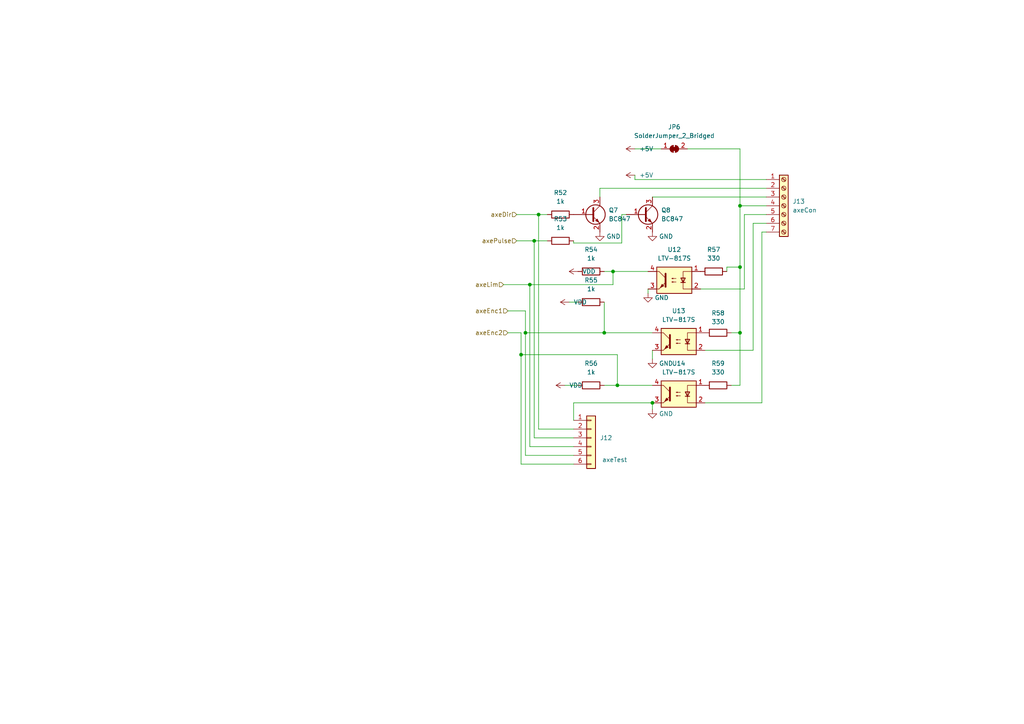
<source format=kicad_sch>
(kicad_sch (version 20211123) (generator eeschema)
  (paper "A4")
  (lib_symbols
    (symbol "Connector:Screw_Terminal_01x07" (pin_names (offset 1.016) hide)
      (property "Reference" "J" (at 0 10.16 0))
      (property "Value" "Screw_Terminal_01x07" (at 0 -10.16 0))
      (symbol "Screw_Terminal_01x07_1_1"
        (rectangle (start -1.27 8.89) (end 1.27 -8.89) (stroke (width 0.254)) (fill (type background)))
        (circle (center 0 -7.62) (radius 0.635) (stroke (width 0.1524)))
        (circle (center 0 -5.08) (radius 0.635) (stroke (width 0.1524)))
        (circle (center 0 -2.54) (radius 0.635) (stroke (width 0.1524)))
        (polyline (pts (xy -0.5334 -7.2898) (xy 0.3302 -8.128)) (stroke (width 0.1524)))
        (polyline (pts (xy -0.5334 -4.7498) (xy 0.3302 -5.588)) (stroke (width 0.1524)))
        (polyline (pts (xy -0.5334 -2.2098) (xy 0.3302 -3.048)) (stroke (width 0.1524)))
        (polyline (pts (xy -0.5334 0.3302) (xy 0.3302 -0.508)) (stroke (width 0.1524)))
        (polyline (pts (xy -0.5334 2.8702) (xy 0.3302 2.032)) (stroke (width 0.1524)))
        (polyline (pts (xy -0.5334 5.4102) (xy 0.3302 4.572)) (stroke (width 0.1524)))
        (polyline (pts (xy -0.5334 7.9502) (xy 0.3302 7.112)) (stroke (width 0.1524)))
        (polyline (pts (xy -0.3556 -7.112) (xy 0.508 -7.9502)) (stroke (width 0.1524)))
        (polyline (pts (xy -0.3556 -4.572) (xy 0.508 -5.4102)) (stroke (width 0.1524)))
        (polyline (pts (xy -0.3556 -2.032) (xy 0.508 -2.8702)) (stroke (width 0.1524)))
        (polyline (pts (xy -0.3556 0.508) (xy 0.508 -0.3302)) (stroke (width 0.1524)))
        (polyline (pts (xy -0.3556 3.048) (xy 0.508 2.2098)) (stroke (width 0.1524)))
        (polyline (pts (xy -0.3556 5.588) (xy 0.508 4.7498)) (stroke (width 0.1524)))
        (polyline (pts (xy -0.3556 8.128) (xy 0.508 7.2898)) (stroke (width 0.1524)))
        (circle (center 0 0) (radius 0.635) (stroke (width 0.1524)))
        (circle (center 0 2.54) (radius 0.635) (stroke (width 0.1524)))
        (circle (center 0 5.08) (radius 0.635) (stroke (width 0.1524)))
        (circle (center 0 7.62) (radius 0.635) (stroke (width 0.1524)))
        (pin passive line (at -5.08 7.62 0) (length 3.81) (name "Pin_1") (number "1"))
        (pin passive line (at -5.08 5.08 0) (length 3.81) (name "Pin_2") (number "2"))
        (pin passive line (at -5.08 2.54 0) (length 3.81) (name "Pin_3") (number "3"))
        (pin passive line (at -5.08 0 0) (length 3.81) (name "Pin_4") (number "4"))
        (pin passive line (at -5.08 -2.54 0) (length 3.81) (name "Pin_5") (number "5"))
        (pin passive line (at -5.08 -5.08 0) (length 3.81) (name "Pin_6") (number "6"))
        (pin passive line (at -5.08 -7.62 0) (length 3.81) (name "Pin_7") (number "7"))
      )
    )
    (symbol "Connector_Generic:Conn_01x06" (pin_names (offset 1.016) hide)
      (property "Reference" "J" (at 0 7.62 0))
      (property "Value" "Conn_01x06" (at 0 -10.16 0))
      (symbol "Conn_01x06_1_1"
        (rectangle (start -1.27 -7.493) (end 0 -7.747) (stroke (width 0.1524)))
        (rectangle (start -1.27 -4.953) (end 0 -5.207) (stroke (width 0.1524)))
        (rectangle (start -1.27 -2.413) (end 0 -2.667) (stroke (width 0.1524)))
        (rectangle (start -1.27 0.127) (end 0 -0.127) (stroke (width 0.1524)))
        (rectangle (start -1.27 2.667) (end 0 2.413) (stroke (width 0.1524)))
        (rectangle (start -1.27 5.207) (end 0 4.953) (stroke (width 0.1524)))
        (rectangle (start -1.27 6.35) (end 1.27 -8.89) (stroke (width 0.254)) (fill (type background)))
        (pin passive line (at -5.08 5.08 0) (length 3.81) (name "Pin_1") (number "1"))
        (pin passive line (at -5.08 2.54 0) (length 3.81) (name "Pin_2") (number "2"))
        (pin passive line (at -5.08 0 0) (length 3.81) (name "Pin_3") (number "3"))
        (pin passive line (at -5.08 -2.54 0) (length 3.81) (name "Pin_4") (number "4"))
        (pin passive line (at -5.08 -5.08 0) (length 3.81) (name "Pin_5") (number "5"))
        (pin passive line (at -5.08 -7.62 0) (length 3.81) (name "Pin_6") (number "6"))
      )
    )
    (symbol "Device:R" (pin_numbers hide) (pin_names (offset 0))
      (property "Reference" "R" (at 2.032 0 90))
      (property "Value" "R" (at 0 0 90))
      (symbol "R_0_1"
        (rectangle (start -1.016 -2.54) (end 1.016 2.54) (stroke (width 0.254)))
      )
      (symbol "R_1_1"
        (pin passive line (at 0 3.81 270) (length 1.27) (name "~") (number "1"))
        (pin passive line (at 0 -3.81 90) (length 1.27) (name "~") (number "2"))
      )
    )
    (symbol "Isolator:LTV-817S" (pin_names (offset 1.016))
      (property "Reference" "U" (at -3.81 5.08 0))
      (property "Value" "LTV-817S" (at 0 -5.08 0))
      (symbol "LTV-817S_1_1"
        (rectangle (start -5.08 3.81) (end 5.08 -3.81) (stroke (width 0.254)) (fill (type background)))
        (polyline (pts (xy -3.175 -0.635) (xy -1.905 -0.635)) (stroke (width 0.254)))
        (polyline (pts (xy 2.54 0.635) (xy 4.445 2.54)))
        (polyline (pts (xy 4.445 -2.54) (xy 2.54 -0.635)) (fill (type outline)))
        (polyline (pts (xy 4.445 -2.54) (xy 5.08 -2.54)))
        (polyline (pts (xy 4.445 2.54) (xy 5.08 2.54)))
        (polyline (pts (xy -5.08 2.54) (xy -2.54 2.54) (xy -2.54 -0.762)))
        (polyline (pts (xy -2.54 -0.635) (xy -2.54 -2.54) (xy -5.08 -2.54)))
        (polyline (pts (xy 2.54 1.905) (xy 2.54 -1.905) (xy 2.54 -1.905)) (stroke (width 0.508)))
        (polyline (pts (xy -2.54 -0.635) (xy -3.175 0.635) (xy -1.905 0.635) (xy -2.54 -0.635)) (stroke (width 0.254)))
        (polyline (pts (xy -0.508 -0.508) (xy 0.762 -0.508) (xy 0.381 -0.635) (xy 0.381 -0.381) (xy 0.762 -0.508)))
        (polyline (pts (xy -0.508 0.508) (xy 0.762 0.508) (xy 0.381 0.381) (xy 0.381 0.635) (xy 0.762 0.508)))
        (polyline (pts (xy 3.048 -1.651) (xy 3.556 -1.143) (xy 4.064 -2.159) (xy 3.048 -1.651) (xy 3.048 -1.651)) (fill (type outline)))
        (pin passive line (at -7.62 2.54 0) (length 2.54) (name "~") (number "1"))
        (pin passive line (at -7.62 -2.54 0) (length 2.54) (name "~") (number "2"))
        (pin passive line (at 7.62 -2.54 180) (length 2.54) (name "~") (number "3"))
        (pin passive line (at 7.62 2.54 180) (length 2.54) (name "~") (number "4"))
      )
    )
    (symbol "Jumper:SolderJumper_2_Bridged" (pin_names (offset 0) hide)
      (property "Reference" "JP" (at 0 2.032 0))
      (property "Value" "SolderJumper_2_Bridged" (at 0 -2.54 0))
      (symbol "SolderJumper_2_Bridged_0_1"
        (rectangle (start -0.508 0.508) (end 0.508 -0.508) (fill (type outline)))
        (arc (start -0.254 1.016) (mid -1.27 0) (end -0.254 -1.016))
        (arc (start -0.254 1.016) (mid -1.27 0) (end -0.254 -1.016) (fill (type outline)))
        (polyline (pts (xy -0.254 1.016) (xy -0.254 -1.016)))
        (polyline (pts (xy 0.254 1.016) (xy 0.254 -1.016)))
        (arc (start 0.254 -1.016) (mid 1.27 0) (end 0.254 1.016))
        (arc (start 0.254 -1.016) (mid 1.27 0) (end 0.254 1.016) (fill (type outline)))
      )
      (symbol "SolderJumper_2_Bridged_1_1"
        (pin passive line (at -3.81 0 0) (length 2.54) (name "A") (number "1"))
        (pin passive line (at 3.81 0 180) (length 2.54) (name "B") (number "2"))
      )
    )
    (symbol "Transistor_BJT:BC847" (pin_names (offset 0) hide)
      (property "Reference" "Q" (at 5.08 1.905 0))
      (property "Value" "BC847" (at 5.08 0 0))
      (symbol "BC847_0_1"
        (polyline (pts (xy 0.635 0.635) (xy 2.54 2.54)))
        (polyline (pts (xy 0.635 -0.635) (xy 2.54 -2.54) (xy 2.54 -2.54)))
        (polyline (pts (xy 0.635 1.905) (xy 0.635 -1.905) (xy 0.635 -1.905)) (stroke (width 0.508)))
        (polyline (pts (xy 1.27 -1.778) (xy 1.778 -1.27) (xy 2.286 -2.286) (xy 1.27 -1.778) (xy 1.27 -1.778)) (fill (type outline)))
        (circle (center 1.27 0) (radius 2.8194) (stroke (width 0.254)))
      )
      (symbol "BC847_1_1"
        (pin input line (at -5.08 0 0) (length 5.715) (name "B") (number "1"))
        (pin passive line (at 2.54 -5.08 90) (length 2.54) (name "E") (number "2"))
        (pin passive line (at 2.54 5.08 270) (length 2.54) (name "C") (number "3"))
      )
    )
    (symbol "power:+5V" (power) (pin_names (offset 0))
      (property "Value" "+5V" (at 0 3.556 0))
      (symbol "+5V_0_1"
        (polyline (pts (xy -0.762 1.27) (xy 0 2.54)))
        (polyline (pts (xy 0 0) (xy 0 2.54)))
        (polyline (pts (xy 0 2.54) (xy 0.762 1.27)))
      )
      (symbol "+5V_1_1"
        (pin power_in line (at 0 0 90) (length 0) hide (name "+5V") (number "1"))
      )
    )
    (symbol "power:GND" (power) (pin_names (offset 0))
      (property "Value" "GND" (at 0 -3.81 0))
      (symbol "GND_0_1"
        (polyline (pts (xy 0 0) (xy 0 -1.27) (xy 1.27 -1.27) (xy 0 -2.54) (xy -1.27 -1.27) (xy 0 -1.27)))
      )
      (symbol "GND_1_1"
        (pin power_in line (at 0 0 270) (length 0) hide (name "GND") (number "1"))
      )
    )
    (symbol "power:VDD" (power) (pin_names (offset 0))
      (property "Value" "VDD" (at 0 3.81 0))
      (symbol "VDD_0_1"
        (polyline (pts (xy -0.762 1.27) (xy 0 2.54)))
        (polyline (pts (xy 0 0) (xy 0 2.54)))
        (polyline (pts (xy 0 2.54) (xy 0.762 1.27)))
      )
      (symbol "VDD_1_1"
        (pin power_in line (at 0 0 90) (length 0) hide (name "VDD") (number "1"))
      )
    )
  )
  (junction (at 152.4 96.52))
  (junction (at 151.13 102.87))
  (junction (at 179.07 111.76))
  (junction (at 153.67 82.55))
  (junction (at 156.21 62.23))
  (junction (at 214.63 96.52))
  (junction (at 214.63 77.47))
  (junction (at 175.26 96.52))
  (junction (at 214.63 59.69))
  (junction (at 189.23 116.84))
  (junction (at 154.94 69.85))
  (junction (at 177.8 78.74))
  (wire (pts (xy 222.25 67.31) (xy 220.98 67.31)))
  (wire (pts (xy 214.63 59.69) (xy 222.25 59.69)))
  (wire (pts (xy 218.44 64.77) (xy 218.44 101.6)))
  (wire (pts (xy 212.09 111.76) (xy 214.63 111.76)))
  (wire (pts (xy 184.15 52.07) (xy 184.15 50.8)))
  (wire (pts (xy 175.26 78.74) (xy 177.8 78.74)))
  (wire (pts (xy 215.9 62.23) (xy 215.9 83.82)))
  (wire (pts (xy 152.4 132.08) (xy 152.4 96.52)))
  (wire (pts (xy 189.23 101.6) (xy 189.23 104.14)))
  (wire (pts (xy 214.63 43.18) (xy 214.63 59.69)))
  (wire (pts (xy 189.23 118.745) (xy 189.23 116.84)))
  (wire (pts (xy 212.09 96.52) (xy 214.63 96.52)))
  (wire (pts (xy 177.8 78.74) (xy 187.96 78.74)))
  (wire (pts (xy 167.64 111.76) (xy 163.83 111.76)))
  (wire (pts (xy 204.47 116.84) (xy 220.98 116.84)))
  (wire (pts (xy 180.34 62.23) (xy 181.61 62.23)))
  (wire (pts (xy 214.63 96.52) (xy 214.63 77.47)))
  (wire (pts (xy 179.07 102.87) (xy 179.07 111.76)))
  (wire (pts (xy 214.63 59.69) (xy 214.63 77.47)))
  (wire (pts (xy 187.96 85.09) (xy 187.96 83.82)))
  (wire (pts (xy 177.8 82.55) (xy 177.8 78.74)))
  (wire (pts (xy 166.37 124.46) (xy 156.21 124.46)))
  (wire (pts (xy 153.67 82.55) (xy 153.67 129.54)))
  (wire (pts (xy 167.64 87.63) (xy 165.1 87.63)))
  (wire (pts (xy 153.67 82.55) (xy 177.8 82.55)))
  (wire (pts (xy 166.37 70.485) (xy 180.34 70.485)))
  (wire (pts (xy 146.05 82.55) (xy 153.67 82.55)))
  (wire (pts (xy 210.82 78.74) (xy 210.82 77.47)))
  (wire (pts (xy 222.25 54.61) (xy 173.99 54.61)))
  (wire (pts (xy 166.37 132.08) (xy 152.4 132.08)))
  (wire (pts (xy 166.37 134.62) (xy 151.13 134.62)))
  (wire (pts (xy 154.94 69.85) (xy 158.75 69.85)))
  (wire (pts (xy 189.23 96.52) (xy 175.26 96.52)))
  (wire (pts (xy 166.37 116.84) (xy 189.23 116.84)))
  (wire (pts (xy 154.94 69.85) (xy 154.94 127)))
  (wire (pts (xy 222.25 52.07) (xy 184.15 52.07)))
  (wire (pts (xy 166.37 127) (xy 154.94 127)))
  (wire (pts (xy 214.63 43.18) (xy 199.39 43.18)))
  (wire (pts (xy 149.86 69.85) (xy 154.94 69.85)))
  (wire (pts (xy 152.4 90.17) (xy 147.32 90.17)))
  (wire (pts (xy 175.26 87.63) (xy 175.26 96.52)))
  (wire (pts (xy 203.2 83.82) (xy 215.9 83.82)))
  (wire (pts (xy 149.86 62.23) (xy 156.21 62.23)))
  (wire (pts (xy 151.13 102.87) (xy 179.07 102.87)))
  (wire (pts (xy 152.4 96.52) (xy 152.4 90.17)))
  (wire (pts (xy 151.13 96.52) (xy 151.13 102.87)))
  (wire (pts (xy 222.25 62.23) (xy 215.9 62.23)))
  (wire (pts (xy 156.21 62.23) (xy 156.21 124.46)))
  (wire (pts (xy 147.32 96.52) (xy 151.13 96.52)))
  (wire (pts (xy 184.15 43.18) (xy 191.77 43.18)))
  (wire (pts (xy 180.34 70.485) (xy 180.34 62.23)))
  (wire (pts (xy 173.99 54.61) (xy 173.99 57.15)))
  (wire (pts (xy 166.37 70.485) (xy 166.37 69.85)))
  (wire (pts (xy 214.63 111.76) (xy 214.63 96.52)))
  (wire (pts (xy 151.13 134.62) (xy 151.13 102.87)))
  (wire (pts (xy 220.98 116.84) (xy 220.98 67.31)))
  (wire (pts (xy 156.21 62.23) (xy 158.75 62.23)))
  (wire (pts (xy 166.37 129.54) (xy 153.67 129.54)))
  (wire (pts (xy 175.26 96.52) (xy 152.4 96.52)))
  (wire (pts (xy 189.23 57.15) (xy 222.25 57.15)))
  (wire (pts (xy 222.25 64.77) (xy 218.44 64.77)))
  (wire (pts (xy 210.82 77.47) (xy 214.63 77.47)))
  (wire (pts (xy 175.26 111.76) (xy 179.07 111.76)))
  (wire (pts (xy 204.47 101.6) (xy 218.44 101.6)))
  (wire (pts (xy 166.37 121.92) (xy 166.37 116.84)))
  (wire (pts (xy 179.07 111.76) (xy 189.23 111.76)))
  (hierarchical_label "axeDir" (shape input) (at 149.86 62.23 180))
  (hierarchical_label "axeEnc2" (shape input) (at 147.32 96.52 180))
  (hierarchical_label "axeEnc1" (shape input) (at 147.32 90.17 180))
  (hierarchical_label "axePulse" (shape input) (at 149.86 69.85 180))
  (hierarchical_label "axeLim" (shape input) (at 146.05 82.55 180))
  (symbol (lib_id "power:GND") (at 187.96 85.09 0) (unit 1)
    (property "Reference" "#PWR0279" (effects hide))
    (property "Value" "GND" (at 189.865 86.3599 0) (effects (justify left)))
  )
  (symbol (lib_id "Device:R") (at 208.28 96.52 270) (unit 1)
    (property "Reference" "R58" (at 208.28 90.805 90))
    (property "Value" "330" (at 208.28 93.345 90))
    (property "Footprint" "Resistor_SMD:R_0805_2012Metric_Pad1.20x1.40mm_HandSolder" (effects hide))
  )
  (symbol (lib_id "power:GND") (at 173.99 67.31 0) (unit 1)
    (property "Reference" "#PWR0284" (effects hide))
    (property "Value" "GND" (at 175.895 68.5799 0) (effects (justify left)))
  )
  (symbol (lib_id "Device:R") (at 162.56 62.23 270) (unit 1)
    (property "Reference" "R52" (at 162.56 55.88 90))
    (property "Value" "1k" (at 162.56 58.42 90))
    (property "Footprint" "Resistor_SMD:R_0805_2012Metric_Pad1.20x1.40mm_HandSolder" (effects hide))
  )
  (symbol (lib_id "Isolator:LTV-817S") (at 196.85 114.3 0) (mirror y) (unit 1)
    (property "Reference" "U14" (at 196.85 105.41 0))
    (property "Value" "LTV-817S" (at 196.85 107.95 0))
    (property "Footprint" "Package_DIP:SMDIP-4_W9.53mm" (effects hide))
    (property "Datasheet" "http://www.us.liteon.com/downloads/LTV-817-827-847.PDF" (effects hide))
  )
  (symbol (lib_id "power:VDD") (at 163.83 111.76 90) (unit 1)
    (property "Reference" "#PWR0282" (effects hide))
    (property "Value" "VDD" (at 165.1 111.7599 90) (effects (justify right)))
  )
  (symbol (lib_id "Device:R") (at 207.01 78.74 270) (unit 1)
    (property "Reference" "R57" (at 207.01 72.39 90))
    (property "Value" "330" (at 207.01 74.93 90))
    (property "Footprint" "Resistor_SMD:R_0805_2012Metric_Pad1.20x1.40mm_HandSolder" (effects hide))
  )
  (symbol (lib_id "Device:R") (at 171.45 87.63 270) (unit 1)
    (property "Reference" "R55" (at 171.45 81.28 90))
    (property "Value" "1k" (at 171.45 83.82 90))
    (property "Footprint" "Resistor_SMD:R_0805_2012Metric_Pad1.20x1.40mm_HandSolder" (effects hide))
  )
  (symbol (lib_id "power:+5V") (at 184.15 43.18 90) (unit 1)
    (property "Reference" "#PWR01" (effects hide))
    (property "Value" "+5V" (at 185.42 43.1799 90) (effects (justify right)))
  )
  (symbol (lib_id "Device:R") (at 162.56 69.85 90) (unit 1)
    (property "Reference" "R53" (at 162.56 63.5 90))
    (property "Value" "1k" (at 162.56 66.04 90))
    (property "Footprint" "Resistor_SMD:R_0805_2012Metric_Pad1.20x1.40mm_HandSolder" (effects hide))
  )
  (symbol (lib_id "Transistor_BJT:BC847") (at 186.69 62.23 0) (unit 1)
    (property "Reference" "Q8" (at 191.77 60.9599 0) (effects (justify left)))
    (property "Value" "BC847" (at 191.77 63.4999 0) (effects (justify left)))
    (property "Footprint" "Package_TO_SOT_SMD:SOT-23" (effects hide))
    (property "Datasheet" "http://www.infineon.com/dgdl/Infineon-BC847SERIES_BC848SERIES_BC849SERIES_BC850SERIES-DS-v01_01-en.pdf?fileId=db3a304314dca389011541d4630a1657" (effects hide))
  )
  (symbol (lib_id "power:GND") (at 189.23 67.31 0) (unit 1)
    (property "Reference" "#PWR0288" (effects hide))
    (property "Value" "GND" (at 191.135 68.5799 0) (effects (justify left)))
  )
  (symbol (lib_id "power:+5V") (at 184.15 50.8 90) (unit 1)
    (property "Reference" "#PWR02" (effects hide))
    (property "Value" "+5V" (at 185.42 50.7999 90) (effects (justify right)))
  )
  (symbol (lib_id "power:GND") (at 189.23 104.14 0) (unit 1)
    (property "Reference" "#PWR0280" (effects hide))
    (property "Value" "GND" (at 191.135 105.4099 0) (effects (justify left)))
  )
  (symbol (lib_id "Device:R") (at 171.45 111.76 270) (unit 1)
    (property "Reference" "R56" (at 171.45 105.41 90))
    (property "Value" "1k" (at 171.45 107.95 90))
    (property "Footprint" "Resistor_SMD:R_0805_2012Metric_Pad1.20x1.40mm_HandSolder" (effects hide))
  )
  (symbol (lib_id "power:VDD") (at 167.64 78.74 90) (unit 1)
    (property "Reference" "#PWR0285" (effects hide))
    (property "Value" "VDD" (at 168.91 78.7399 90) (effects (justify right)))
  )
  (symbol (lib_id "Connector:Screw_Terminal_01x07") (at 227.33 59.69 0) (unit 1)
    (property "Reference" "J13" (at 229.87 58.4199 0) (effects (justify left)))
    (property "Value" "axeCon" (at 229.87 60.9599 0) (effects (justify left)))
    (property "Footprint" "TerminalBlock_4Ucon:TerminalBlock_4Ucon_1x07_P3.50mm_Horizontal" (effects hide))
  )
  (symbol (lib_id "Isolator:LTV-817S") (at 195.58 81.28 0) (mirror y) (unit 1)
    (property "Reference" "U12" (at 195.58 72.39 0))
    (property "Value" "LTV-817S" (at 195.58 74.93 0))
    (property "Footprint" "Package_DIP:SMDIP-4_W9.53mm" (effects hide))
    (property "Datasheet" "http://www.us.liteon.com/downloads/LTV-817-827-847.PDF" (effects hide))
  )
  (symbol (lib_id "power:VDD") (at 165.1 87.63 90) (unit 1)
    (property "Reference" "#PWR0286" (effects hide))
    (property "Value" "VDD" (at 166.37 87.6299 90) (effects (justify right)))
  )
  (symbol (lib_id "Jumper:SolderJumper_2_Bridged") (at 195.58 43.18 0) (unit 1)
    (property "Reference" "JP6" (at 195.58 36.83 0))
    (property "Value" "SolderJumper_2_Bridged" (at 195.58 39.37 0))
    (property "Footprint" "Jumper:SolderJumper-2_P1.3mm_Open_RoundedPad1.0x1.5mm" (effects hide))
  )
  (symbol (lib_id "Isolator:LTV-817S") (at 196.85 99.06 0) (mirror y) (unit 1)
    (property "Reference" "U13" (at 196.85 90.17 0))
    (property "Value" "LTV-817S" (at 196.85 92.71 0))
    (property "Footprint" "Package_DIP:SMDIP-4_W9.53mm" (effects hide))
    (property "Datasheet" "http://www.us.liteon.com/downloads/LTV-817-827-847.PDF" (effects hide))
  )
  (symbol (lib_id "Device:R") (at 208.28 111.76 270) (unit 1)
    (property "Reference" "R59" (at 208.28 105.41 90))
    (property "Value" "330" (at 208.28 107.95 90))
    (property "Footprint" "Resistor_SMD:R_0805_2012Metric_Pad1.20x1.40mm_HandSolder" (effects hide))
  )
  (symbol (lib_id "Device:R") (at 171.45 78.74 270) (unit 1)
    (property "Reference" "R54" (at 171.45 72.39 90))
    (property "Value" "1k" (at 171.45 74.93 90))
    (property "Footprint" "Resistor_SMD:R_0805_2012Metric_Pad1.20x1.40mm_HandSolder" (effects hide))
  )
  (symbol (lib_id "power:GND") (at 189.23 118.745 0) (unit 1)
    (property "Reference" "#PWR0283" (effects hide))
    (property "Value" "GND" (at 191.135 120.0149 0) (effects (justify left)))
  )
  (symbol (lib_id "Connector_Generic:Conn_01x06") (at 171.45 127 0) (unit 1)
    (property "Reference" "J12" (at 173.99 126.9999 0) (effects (justify left)))
    (property "Value" "axeTest" (at 174.625 133.3499 0) (effects (justify left)))
    (property "Footprint" "Connector_PinHeader_2.54mm:PinHeader_1x06_P2.54mm_Vertical" (effects hide))
  )
  (symbol (lib_id "Transistor_BJT:BC847") (at 171.45 62.23 0) (unit 1)
    (property "Reference" "Q7" (at 176.53 60.9599 0) (effects (justify left)))
    (property "Value" "BC847" (at 176.53 63.4999 0) (effects (justify left)))
    (property "Footprint" "Package_TO_SOT_SMD:SOT-23" (effects hide))
    (property "Datasheet" "http://www.infineon.com/dgdl/Infineon-BC847SERIES_BC848SERIES_BC849SERIES_BC850SERIES-DS-v01_01-en.pdf?fileId=db3a304314dca389011541d4630a1657" (effects hide))
  )
)
</source>
